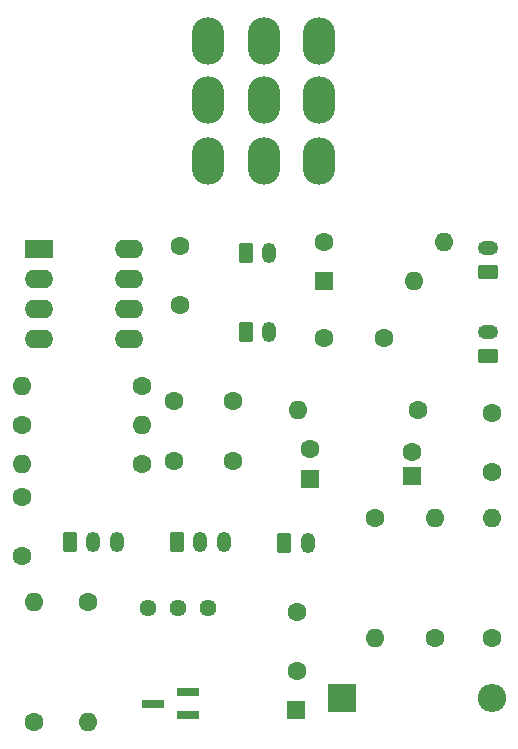
<source format=gts>
G04 #@! TF.GenerationSoftware,KiCad,Pcbnew,(6.0.0)*
G04 #@! TF.CreationDate,2022-07-26T20:36:16+02:00*
G04 #@! TF.ProjectId,ray,7261792e-6b69-4636-9164-5f7063625858,rev?*
G04 #@! TF.SameCoordinates,Original*
G04 #@! TF.FileFunction,Soldermask,Top*
G04 #@! TF.FilePolarity,Negative*
%FSLAX46Y46*%
G04 Gerber Fmt 4.6, Leading zero omitted, Abs format (unit mm)*
G04 Created by KiCad (PCBNEW (6.0.0)) date 2022-07-26 20:36:16*
%MOMM*%
%LPD*%
G01*
G04 APERTURE LIST*
G04 Aperture macros list*
%AMRoundRect*
0 Rectangle with rounded corners*
0 $1 Rounding radius*
0 $2 $3 $4 $5 $6 $7 $8 $9 X,Y pos of 4 corners*
0 Add a 4 corners polygon primitive as box body*
4,1,4,$2,$3,$4,$5,$6,$7,$8,$9,$2,$3,0*
0 Add four circle primitives for the rounded corners*
1,1,$1+$1,$2,$3*
1,1,$1+$1,$4,$5*
1,1,$1+$1,$6,$7*
1,1,$1+$1,$8,$9*
0 Add four rect primitives between the rounded corners*
20,1,$1+$1,$2,$3,$4,$5,0*
20,1,$1+$1,$4,$5,$6,$7,0*
20,1,$1+$1,$6,$7,$8,$9,0*
20,1,$1+$1,$8,$9,$2,$3,0*%
G04 Aperture macros list end*
%ADD10C,1.600000*%
%ADD11O,1.600000X1.600000*%
%ADD12RoundRect,0.250000X-0.350000X-0.625000X0.350000X-0.625000X0.350000X0.625000X-0.350000X0.625000X0*%
%ADD13O,1.200000X1.750000*%
%ADD14R,1.600000X1.600000*%
%ADD15C,1.440000*%
%ADD16RoundRect,0.250000X0.625000X-0.350000X0.625000X0.350000X-0.625000X0.350000X-0.625000X-0.350000X0*%
%ADD17O,1.750000X1.200000*%
%ADD18R,2.400000X1.600000*%
%ADD19O,2.400000X1.600000*%
%ADD20R,2.400000X2.400000*%
%ADD21O,2.400000X2.400000*%
%ADD22R,1.900000X0.800000*%
%ADD23R,1.500000X1.500000*%
%ADD24O,2.743200X4.003200*%
G04 APERTURE END LIST*
D10*
X124192000Y-95199237D03*
X124192000Y-90199237D03*
X134460000Y-73101237D03*
D11*
X124300000Y-73101237D03*
D10*
X111092000Y-71069237D03*
D11*
X100932000Y-71069237D03*
D10*
X130796000Y-82245237D03*
D11*
X130796000Y-92405237D03*
D12*
X119874000Y-66523237D03*
D13*
X121874000Y-66523237D03*
D10*
X100932000Y-74371237D03*
D11*
X111092000Y-74371237D03*
D14*
X125316000Y-78943237D03*
D10*
X125316000Y-76443237D03*
X111092000Y-77673237D03*
D11*
X100932000Y-77673237D03*
D10*
X118790000Y-77423237D03*
X113790000Y-77423237D03*
D12*
X114038400Y-84277237D03*
D13*
X116038400Y-84277237D03*
X118038400Y-84277237D03*
D10*
X118790000Y-72323237D03*
X113790000Y-72323237D03*
X140702000Y-92405237D03*
D11*
X140702000Y-82245237D03*
D15*
X116680000Y-89865237D03*
X114140000Y-89865237D03*
X111600000Y-89865237D03*
D16*
X140406000Y-61401237D03*
D17*
X140406000Y-59401237D03*
D10*
X114290000Y-64223237D03*
X114290000Y-59223237D03*
X100951000Y-80467237D03*
X100951000Y-85467237D03*
X131558000Y-67005237D03*
X126558000Y-67005237D03*
D14*
X133952000Y-78689237D03*
D10*
X133952000Y-76689237D03*
X140702000Y-73395237D03*
X140702000Y-78395237D03*
D18*
X102390000Y-59523237D03*
D19*
X102390000Y-62063237D03*
X102390000Y-64603237D03*
X102390000Y-67143237D03*
X110010000Y-67143237D03*
X110010000Y-64603237D03*
X110010000Y-62063237D03*
X110010000Y-59523237D03*
D12*
X104996000Y-84277237D03*
D13*
X106996000Y-84277237D03*
X108996000Y-84277237D03*
D20*
X128002000Y-97485237D03*
D21*
X140702000Y-97485237D03*
D12*
X123157000Y-84404237D03*
D13*
X125157000Y-84404237D03*
D22*
X115024000Y-98943237D03*
X115024000Y-97043237D03*
X112024000Y-97993237D03*
D10*
X106520000Y-89357237D03*
D11*
X106520000Y-99517237D03*
D16*
X140406000Y-68513237D03*
D17*
X140406000Y-66513237D03*
D10*
X135876000Y-92405237D03*
D11*
X135876000Y-82245237D03*
D23*
X124170612Y-98540204D03*
D10*
X101948000Y-99517237D03*
D11*
X101948000Y-89357237D03*
D12*
X119890000Y-59851237D03*
D13*
X121890000Y-59851237D03*
D14*
X126478000Y-62179237D03*
D11*
X134098000Y-62179237D03*
D10*
X126478000Y-58877237D03*
D11*
X136638000Y-58877237D03*
D24*
X116696440Y-41911817D03*
X121398000Y-41911817D03*
X126096440Y-41911817D03*
X116696440Y-46911297D03*
X121398000Y-46911297D03*
X126096440Y-46911297D03*
X116697200Y-52011817D03*
X121398760Y-52011817D03*
X126097200Y-52011817D03*
M02*

</source>
